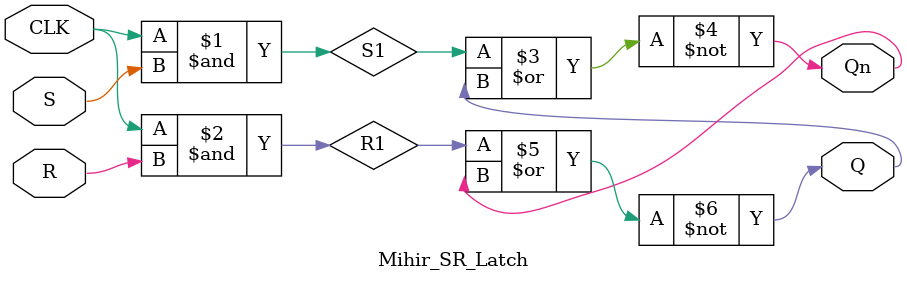
<source format=v>
module Mihir_SR_Latch(Q, Qn, CLK, S, R);
   output Q;
   output Qn;
   input  CLK;   
   input  S;
   input  R;

   wire   S1;
   wire   R1;
   
   and(S1, CLK, S);
   and(R1, CLK, R);   
   nor(Qn, S1, Q);
   nor(Q, R1, Qn);
endmodule
         

</source>
